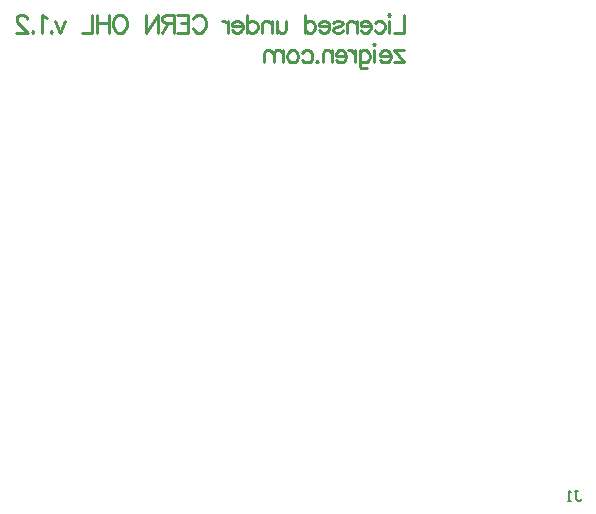
<source format=gbo>
G04*
G04 #@! TF.GenerationSoftware,Altium Limited,Altium Designer,19.1.8 (144)*
G04*
G04 Layer_Color=32896*
%FSLAX44Y44*%
%MOMM*%
G71*
G01*
G75*
%ADD10C,0.2540*%
%ADD36C,0.1270*%
D10*
X609960Y629961D02*
Y614725D01*
X601253D01*
X598133Y629961D02*
X597408Y629236D01*
X596682Y629961D01*
X597408Y630687D01*
X598133Y629961D01*
X597408Y624882D02*
Y614725D01*
X585291Y622706D02*
X586742Y624157D01*
X588193Y624882D01*
X590370D01*
X591821Y624157D01*
X593272Y622706D01*
X593998Y620529D01*
Y619078D01*
X593272Y616901D01*
X591821Y615450D01*
X590370Y614725D01*
X588193D01*
X586742Y615450D01*
X585291Y616901D01*
X582026Y620529D02*
X573319D01*
Y621980D01*
X574045Y623431D01*
X574770Y624157D01*
X576222Y624882D01*
X578398D01*
X579849Y624157D01*
X581300Y622706D01*
X582026Y620529D01*
Y619078D01*
X581300Y616901D01*
X579849Y615450D01*
X578398Y614725D01*
X576222D01*
X574770Y615450D01*
X573319Y616901D01*
X570054Y624882D02*
Y614725D01*
Y621980D02*
X567878Y624157D01*
X566426Y624882D01*
X564250D01*
X562799Y624157D01*
X562073Y621980D01*
Y614725D01*
X550101Y622706D02*
X550827Y624157D01*
X553004Y624882D01*
X555180D01*
X557357Y624157D01*
X558083Y622706D01*
X557357Y621255D01*
X555906Y620529D01*
X552278Y619804D01*
X550827Y619078D01*
X550101Y617627D01*
Y616901D01*
X550827Y615450D01*
X553004Y614725D01*
X555180D01*
X557357Y615450D01*
X558083Y616901D01*
X546909Y620529D02*
X538202D01*
Y621980D01*
X538928Y623431D01*
X539653Y624157D01*
X541104Y624882D01*
X543281D01*
X544732Y624157D01*
X546183Y622706D01*
X546909Y620529D01*
Y619078D01*
X546183Y616901D01*
X544732Y615450D01*
X543281Y614725D01*
X541104D01*
X539653Y615450D01*
X538202Y616901D01*
X526230Y629961D02*
Y614725D01*
Y622706D02*
X527682Y624157D01*
X529133Y624882D01*
X531309D01*
X532761Y624157D01*
X534212Y622706D01*
X534937Y620529D01*
Y619078D01*
X534212Y616901D01*
X532761Y615450D01*
X531309Y614725D01*
X529133D01*
X527682Y615450D01*
X526230Y616901D01*
X510196Y624882D02*
Y617627D01*
X509470Y615450D01*
X508019Y614725D01*
X505842D01*
X504391Y615450D01*
X502215Y617627D01*
Y624882D02*
Y614725D01*
X498224Y624882D02*
Y614725D01*
Y621980D02*
X496047Y624157D01*
X494596Y624882D01*
X492419D01*
X490968Y624157D01*
X490243Y621980D01*
Y614725D01*
X477545Y629961D02*
Y614725D01*
Y622706D02*
X478997Y624157D01*
X480448Y624882D01*
X482624D01*
X484076Y624157D01*
X485527Y622706D01*
X486252Y620529D01*
Y619078D01*
X485527Y616901D01*
X484076Y615450D01*
X482624Y614725D01*
X480448D01*
X478997Y615450D01*
X477545Y616901D01*
X473482Y620529D02*
X464776D01*
Y621980D01*
X465501Y623431D01*
X466227Y624157D01*
X467678Y624882D01*
X469855D01*
X471306Y624157D01*
X472757Y622706D01*
X473482Y620529D01*
Y619078D01*
X472757Y616901D01*
X471306Y615450D01*
X469855Y614725D01*
X467678D01*
X466227Y615450D01*
X464776Y616901D01*
X461511Y624882D02*
Y614725D01*
Y620529D02*
X460785Y622706D01*
X459334Y624157D01*
X457883Y624882D01*
X455706D01*
X431472Y626334D02*
X432198Y627785D01*
X433649Y629236D01*
X435100Y629961D01*
X438003D01*
X439454Y629236D01*
X440905Y627785D01*
X441630Y626334D01*
X442356Y624157D01*
Y620529D01*
X441630Y618352D01*
X440905Y616901D01*
X439454Y615450D01*
X438003Y614725D01*
X435100D01*
X433649Y615450D01*
X432198Y616901D01*
X431472Y618352D01*
X417759Y629961D02*
X427192D01*
Y614725D01*
X417759D01*
X427192Y622706D02*
X421387D01*
X415220Y629961D02*
Y614725D01*
Y629961D02*
X408690D01*
X406513Y629236D01*
X405788Y628510D01*
X405062Y627059D01*
Y625608D01*
X405788Y624157D01*
X406513Y623431D01*
X408690Y622706D01*
X415220D01*
X410141D02*
X405062Y614725D01*
X401652Y629961D02*
Y614725D01*
Y629961D02*
X391494Y614725D01*
Y629961D02*
Y614725D01*
X370961Y629961D02*
X372412Y629236D01*
X373863Y627785D01*
X374589Y626334D01*
X375314Y624157D01*
Y620529D01*
X374589Y618352D01*
X373863Y616901D01*
X372412Y615450D01*
X370961Y614725D01*
X368059D01*
X366607Y615450D01*
X365156Y616901D01*
X364431Y618352D01*
X363705Y620529D01*
Y624157D01*
X364431Y626334D01*
X365156Y627785D01*
X366607Y629236D01*
X368059Y629961D01*
X370961D01*
X360150D02*
Y614725D01*
X349992Y629961D02*
Y614725D01*
X360150Y622706D02*
X349992D01*
X345784Y629961D02*
Y614725D01*
X337077D01*
X323437Y624882D02*
X319083Y614725D01*
X314730Y624882D02*
X319083Y614725D01*
X311537Y616176D02*
X312263Y615450D01*
X311537Y614725D01*
X310812Y615450D01*
X311537Y616176D01*
X307474Y627059D02*
X306023Y627785D01*
X303847Y629961D01*
Y614725D01*
X295575Y616176D02*
X296301Y615450D01*
X295575Y614725D01*
X294850Y615450D01*
X295575Y616176D01*
X290786Y626334D02*
Y627059D01*
X290061Y628510D01*
X289335Y629236D01*
X287884Y629961D01*
X284982D01*
X283531Y629236D01*
X282805Y628510D01*
X282080Y627059D01*
Y625608D01*
X282805Y624157D01*
X284256Y621980D01*
X291512Y614725D01*
X281354D01*
X601979Y599777D02*
X609960Y589619D01*
Y599777D02*
X601979D01*
X609960Y589619D02*
X601979D01*
X598786Y595423D02*
X590080D01*
Y596875D01*
X590805Y598326D01*
X591531Y599051D01*
X592982Y599777D01*
X595159D01*
X596610Y599051D01*
X598061Y597600D01*
X598786Y595423D01*
Y593972D01*
X598061Y591796D01*
X596610Y590345D01*
X595159Y589619D01*
X592982D01*
X591531Y590345D01*
X590080Y591796D01*
X585364Y604856D02*
X584638Y604130D01*
X583912Y604856D01*
X584638Y605581D01*
X585364Y604856D01*
X584638Y599777D02*
Y589619D01*
X572521Y599777D02*
Y588168D01*
X573247Y585991D01*
X573972Y585266D01*
X575423Y584540D01*
X577600D01*
X579051Y585266D01*
X572521Y597600D02*
X573972Y599051D01*
X575423Y599777D01*
X577600D01*
X579051Y599051D01*
X580502Y597600D01*
X581228Y595423D01*
Y593972D01*
X580502Y591796D01*
X579051Y590345D01*
X577600Y589619D01*
X575423D01*
X573972Y590345D01*
X572521Y591796D01*
X568458Y599777D02*
Y589619D01*
Y595423D02*
X567733Y597600D01*
X566281Y599051D01*
X564830Y599777D01*
X562654D01*
X561275Y595423D02*
X552568D01*
Y596875D01*
X553294Y598326D01*
X554019Y599051D01*
X555471Y599777D01*
X557647D01*
X559098Y599051D01*
X560549Y597600D01*
X561275Y595423D01*
Y593972D01*
X560549Y591796D01*
X559098Y590345D01*
X557647Y589619D01*
X555471D01*
X554019Y590345D01*
X552568Y591796D01*
X549303Y599777D02*
Y589619D01*
Y596875D02*
X547127Y599051D01*
X545675Y599777D01*
X543499D01*
X542048Y599051D01*
X541322Y596875D01*
Y589619D01*
X536606Y591070D02*
X537332Y590345D01*
X536606Y589619D01*
X535880Y590345D01*
X536606Y591070D01*
X523836Y597600D02*
X525287Y599051D01*
X526738Y599777D01*
X528915D01*
X530366Y599051D01*
X531817Y597600D01*
X532543Y595423D01*
Y593972D01*
X531817Y591796D01*
X530366Y590345D01*
X528915Y589619D01*
X526738D01*
X525287Y590345D01*
X523836Y591796D01*
X516943Y599777D02*
X518394Y599051D01*
X519846Y597600D01*
X520571Y595423D01*
Y593972D01*
X519846Y591796D01*
X518394Y590345D01*
X516943Y589619D01*
X514767D01*
X513316Y590345D01*
X511864Y591796D01*
X511139Y593972D01*
Y595423D01*
X511864Y597600D01*
X513316Y599051D01*
X514767Y599777D01*
X516943D01*
X507801D02*
Y589619D01*
Y596875D02*
X505625Y599051D01*
X504174Y599777D01*
X501997D01*
X500546Y599051D01*
X499820Y596875D01*
Y589619D01*
Y596875D02*
X497644Y599051D01*
X496192Y599777D01*
X494016D01*
X492565Y599051D01*
X491839Y596875D01*
Y589619D01*
D36*
X754551Y227161D02*
X757514D01*
X756032D01*
Y219755D01*
X757514Y218274D01*
X758995D01*
X760476Y219755D01*
X751589Y218274D02*
X748626D01*
X750108D01*
Y227161D01*
X751589Y225680D01*
M02*

</source>
